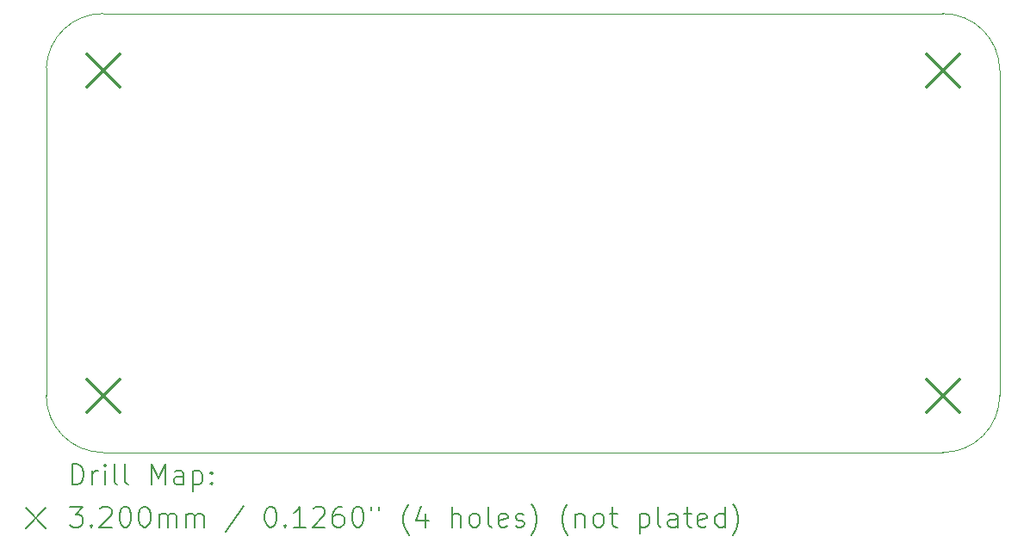
<source format=gbr>
%FSLAX45Y45*%
G04 Gerber Fmt 4.5, Leading zero omitted, Abs format (unit mm)*
G04 Created by KiCad (PCBNEW (6.0.0)) date 2022-01-04 00:37:33*
%MOMM*%
%LPD*%
G01*
G04 APERTURE LIST*
%TA.AperFunction,Profile*%
%ADD10C,0.100000*%
%TD*%
%ADD11C,0.200000*%
%ADD12C,0.320000*%
G04 APERTURE END LIST*
D10*
X19075400Y-12827000D02*
G75*
G03*
X19634200Y-12268200I0J558800D01*
G01*
X10820400Y-8508423D02*
G75*
G03*
X10261600Y-9042400I0J-559377D01*
G01*
X19634200Y-9067800D02*
G75*
G03*
X19075400Y-8509000I-558800J0D01*
G01*
X10261600Y-9042400D02*
X10261600Y-12268200D01*
X10261600Y-12268200D02*
G75*
G03*
X10820400Y-12827000I558800J0D01*
G01*
X10820400Y-12827000D02*
X19075400Y-12827000D01*
X10820400Y-8508423D02*
X19075400Y-8509000D01*
X19634200Y-9067800D02*
X19634200Y-12268200D01*
D11*
D12*
X10660400Y-8907800D02*
X10980400Y-9227800D01*
X10980400Y-8907800D02*
X10660400Y-9227800D01*
X10660400Y-12108200D02*
X10980400Y-12428200D01*
X10980400Y-12108200D02*
X10660400Y-12428200D01*
X18915400Y-8907800D02*
X19235400Y-9227800D01*
X19235400Y-8907800D02*
X18915400Y-9227800D01*
X18915400Y-12108200D02*
X19235400Y-12428200D01*
X19235400Y-12108200D02*
X18915400Y-12428200D01*
D11*
X10514219Y-13142476D02*
X10514219Y-12942476D01*
X10561838Y-12942476D01*
X10590410Y-12952000D01*
X10609457Y-12971048D01*
X10618981Y-12990095D01*
X10628505Y-13028190D01*
X10628505Y-13056762D01*
X10618981Y-13094857D01*
X10609457Y-13113905D01*
X10590410Y-13132952D01*
X10561838Y-13142476D01*
X10514219Y-13142476D01*
X10714219Y-13142476D02*
X10714219Y-13009143D01*
X10714219Y-13047238D02*
X10723743Y-13028190D01*
X10733267Y-13018667D01*
X10752314Y-13009143D01*
X10771362Y-13009143D01*
X10838029Y-13142476D02*
X10838029Y-13009143D01*
X10838029Y-12942476D02*
X10828505Y-12952000D01*
X10838029Y-12961524D01*
X10847552Y-12952000D01*
X10838029Y-12942476D01*
X10838029Y-12961524D01*
X10961838Y-13142476D02*
X10942790Y-13132952D01*
X10933267Y-13113905D01*
X10933267Y-12942476D01*
X11066600Y-13142476D02*
X11047552Y-13132952D01*
X11038029Y-13113905D01*
X11038029Y-12942476D01*
X11295171Y-13142476D02*
X11295171Y-12942476D01*
X11361838Y-13085333D01*
X11428505Y-12942476D01*
X11428505Y-13142476D01*
X11609457Y-13142476D02*
X11609457Y-13037714D01*
X11599933Y-13018667D01*
X11580886Y-13009143D01*
X11542790Y-13009143D01*
X11523743Y-13018667D01*
X11609457Y-13132952D02*
X11590409Y-13142476D01*
X11542790Y-13142476D01*
X11523743Y-13132952D01*
X11514219Y-13113905D01*
X11514219Y-13094857D01*
X11523743Y-13075809D01*
X11542790Y-13066286D01*
X11590409Y-13066286D01*
X11609457Y-13056762D01*
X11704695Y-13009143D02*
X11704695Y-13209143D01*
X11704695Y-13018667D02*
X11723743Y-13009143D01*
X11761838Y-13009143D01*
X11780886Y-13018667D01*
X11790409Y-13028190D01*
X11799933Y-13047238D01*
X11799933Y-13104381D01*
X11790409Y-13123428D01*
X11780886Y-13132952D01*
X11761838Y-13142476D01*
X11723743Y-13142476D01*
X11704695Y-13132952D01*
X11885648Y-13123428D02*
X11895171Y-13132952D01*
X11885648Y-13142476D01*
X11876124Y-13132952D01*
X11885648Y-13123428D01*
X11885648Y-13142476D01*
X11885648Y-13018667D02*
X11895171Y-13028190D01*
X11885648Y-13037714D01*
X11876124Y-13028190D01*
X11885648Y-13018667D01*
X11885648Y-13037714D01*
X10056600Y-13372000D02*
X10256600Y-13572000D01*
X10256600Y-13372000D02*
X10056600Y-13572000D01*
X10495171Y-13362476D02*
X10618981Y-13362476D01*
X10552314Y-13438667D01*
X10580886Y-13438667D01*
X10599933Y-13448190D01*
X10609457Y-13457714D01*
X10618981Y-13476762D01*
X10618981Y-13524381D01*
X10609457Y-13543428D01*
X10599933Y-13552952D01*
X10580886Y-13562476D01*
X10523743Y-13562476D01*
X10504695Y-13552952D01*
X10495171Y-13543428D01*
X10704695Y-13543428D02*
X10714219Y-13552952D01*
X10704695Y-13562476D01*
X10695171Y-13552952D01*
X10704695Y-13543428D01*
X10704695Y-13562476D01*
X10790410Y-13381524D02*
X10799933Y-13372000D01*
X10818981Y-13362476D01*
X10866600Y-13362476D01*
X10885648Y-13372000D01*
X10895171Y-13381524D01*
X10904695Y-13400571D01*
X10904695Y-13419619D01*
X10895171Y-13448190D01*
X10780886Y-13562476D01*
X10904695Y-13562476D01*
X11028505Y-13362476D02*
X11047552Y-13362476D01*
X11066600Y-13372000D01*
X11076124Y-13381524D01*
X11085648Y-13400571D01*
X11095171Y-13438667D01*
X11095171Y-13486286D01*
X11085648Y-13524381D01*
X11076124Y-13543428D01*
X11066600Y-13552952D01*
X11047552Y-13562476D01*
X11028505Y-13562476D01*
X11009457Y-13552952D01*
X10999933Y-13543428D01*
X10990410Y-13524381D01*
X10980886Y-13486286D01*
X10980886Y-13438667D01*
X10990410Y-13400571D01*
X10999933Y-13381524D01*
X11009457Y-13372000D01*
X11028505Y-13362476D01*
X11218981Y-13362476D02*
X11238028Y-13362476D01*
X11257076Y-13372000D01*
X11266600Y-13381524D01*
X11276124Y-13400571D01*
X11285648Y-13438667D01*
X11285648Y-13486286D01*
X11276124Y-13524381D01*
X11266600Y-13543428D01*
X11257076Y-13552952D01*
X11238028Y-13562476D01*
X11218981Y-13562476D01*
X11199933Y-13552952D01*
X11190409Y-13543428D01*
X11180886Y-13524381D01*
X11171362Y-13486286D01*
X11171362Y-13438667D01*
X11180886Y-13400571D01*
X11190409Y-13381524D01*
X11199933Y-13372000D01*
X11218981Y-13362476D01*
X11371362Y-13562476D02*
X11371362Y-13429143D01*
X11371362Y-13448190D02*
X11380886Y-13438667D01*
X11399933Y-13429143D01*
X11428505Y-13429143D01*
X11447552Y-13438667D01*
X11457076Y-13457714D01*
X11457076Y-13562476D01*
X11457076Y-13457714D02*
X11466600Y-13438667D01*
X11485648Y-13429143D01*
X11514219Y-13429143D01*
X11533267Y-13438667D01*
X11542790Y-13457714D01*
X11542790Y-13562476D01*
X11638028Y-13562476D02*
X11638028Y-13429143D01*
X11638028Y-13448190D02*
X11647552Y-13438667D01*
X11666600Y-13429143D01*
X11695171Y-13429143D01*
X11714219Y-13438667D01*
X11723743Y-13457714D01*
X11723743Y-13562476D01*
X11723743Y-13457714D02*
X11733267Y-13438667D01*
X11752314Y-13429143D01*
X11780886Y-13429143D01*
X11799933Y-13438667D01*
X11809457Y-13457714D01*
X11809457Y-13562476D01*
X12199933Y-13352952D02*
X12028505Y-13610095D01*
X12457076Y-13362476D02*
X12476124Y-13362476D01*
X12495171Y-13372000D01*
X12504695Y-13381524D01*
X12514219Y-13400571D01*
X12523743Y-13438667D01*
X12523743Y-13486286D01*
X12514219Y-13524381D01*
X12504695Y-13543428D01*
X12495171Y-13552952D01*
X12476124Y-13562476D01*
X12457076Y-13562476D01*
X12438028Y-13552952D01*
X12428505Y-13543428D01*
X12418981Y-13524381D01*
X12409457Y-13486286D01*
X12409457Y-13438667D01*
X12418981Y-13400571D01*
X12428505Y-13381524D01*
X12438028Y-13372000D01*
X12457076Y-13362476D01*
X12609457Y-13543428D02*
X12618981Y-13552952D01*
X12609457Y-13562476D01*
X12599933Y-13552952D01*
X12609457Y-13543428D01*
X12609457Y-13562476D01*
X12809457Y-13562476D02*
X12695171Y-13562476D01*
X12752314Y-13562476D02*
X12752314Y-13362476D01*
X12733267Y-13391048D01*
X12714219Y-13410095D01*
X12695171Y-13419619D01*
X12885648Y-13381524D02*
X12895171Y-13372000D01*
X12914219Y-13362476D01*
X12961838Y-13362476D01*
X12980886Y-13372000D01*
X12990409Y-13381524D01*
X12999933Y-13400571D01*
X12999933Y-13419619D01*
X12990409Y-13448190D01*
X12876124Y-13562476D01*
X12999933Y-13562476D01*
X13171362Y-13362476D02*
X13133267Y-13362476D01*
X13114219Y-13372000D01*
X13104695Y-13381524D01*
X13085648Y-13410095D01*
X13076124Y-13448190D01*
X13076124Y-13524381D01*
X13085648Y-13543428D01*
X13095171Y-13552952D01*
X13114219Y-13562476D01*
X13152314Y-13562476D01*
X13171362Y-13552952D01*
X13180886Y-13543428D01*
X13190409Y-13524381D01*
X13190409Y-13476762D01*
X13180886Y-13457714D01*
X13171362Y-13448190D01*
X13152314Y-13438667D01*
X13114219Y-13438667D01*
X13095171Y-13448190D01*
X13085648Y-13457714D01*
X13076124Y-13476762D01*
X13314219Y-13362476D02*
X13333267Y-13362476D01*
X13352314Y-13372000D01*
X13361838Y-13381524D01*
X13371362Y-13400571D01*
X13380886Y-13438667D01*
X13380886Y-13486286D01*
X13371362Y-13524381D01*
X13361838Y-13543428D01*
X13352314Y-13552952D01*
X13333267Y-13562476D01*
X13314219Y-13562476D01*
X13295171Y-13552952D01*
X13285648Y-13543428D01*
X13276124Y-13524381D01*
X13266600Y-13486286D01*
X13266600Y-13438667D01*
X13276124Y-13400571D01*
X13285648Y-13381524D01*
X13295171Y-13372000D01*
X13314219Y-13362476D01*
X13457076Y-13362476D02*
X13457076Y-13400571D01*
X13533267Y-13362476D02*
X13533267Y-13400571D01*
X13828505Y-13638667D02*
X13818981Y-13629143D01*
X13799933Y-13600571D01*
X13790409Y-13581524D01*
X13780886Y-13552952D01*
X13771362Y-13505333D01*
X13771362Y-13467238D01*
X13780886Y-13419619D01*
X13790409Y-13391048D01*
X13799933Y-13372000D01*
X13818981Y-13343428D01*
X13828505Y-13333905D01*
X13990409Y-13429143D02*
X13990409Y-13562476D01*
X13942790Y-13352952D02*
X13895171Y-13495809D01*
X14018981Y-13495809D01*
X14247552Y-13562476D02*
X14247552Y-13362476D01*
X14333267Y-13562476D02*
X14333267Y-13457714D01*
X14323743Y-13438667D01*
X14304695Y-13429143D01*
X14276124Y-13429143D01*
X14257076Y-13438667D01*
X14247552Y-13448190D01*
X14457076Y-13562476D02*
X14438028Y-13552952D01*
X14428505Y-13543428D01*
X14418981Y-13524381D01*
X14418981Y-13467238D01*
X14428505Y-13448190D01*
X14438028Y-13438667D01*
X14457076Y-13429143D01*
X14485648Y-13429143D01*
X14504695Y-13438667D01*
X14514219Y-13448190D01*
X14523743Y-13467238D01*
X14523743Y-13524381D01*
X14514219Y-13543428D01*
X14504695Y-13552952D01*
X14485648Y-13562476D01*
X14457076Y-13562476D01*
X14638028Y-13562476D02*
X14618981Y-13552952D01*
X14609457Y-13533905D01*
X14609457Y-13362476D01*
X14790409Y-13552952D02*
X14771362Y-13562476D01*
X14733267Y-13562476D01*
X14714219Y-13552952D01*
X14704695Y-13533905D01*
X14704695Y-13457714D01*
X14714219Y-13438667D01*
X14733267Y-13429143D01*
X14771362Y-13429143D01*
X14790409Y-13438667D01*
X14799933Y-13457714D01*
X14799933Y-13476762D01*
X14704695Y-13495809D01*
X14876124Y-13552952D02*
X14895171Y-13562476D01*
X14933267Y-13562476D01*
X14952314Y-13552952D01*
X14961838Y-13533905D01*
X14961838Y-13524381D01*
X14952314Y-13505333D01*
X14933267Y-13495809D01*
X14904695Y-13495809D01*
X14885648Y-13486286D01*
X14876124Y-13467238D01*
X14876124Y-13457714D01*
X14885648Y-13438667D01*
X14904695Y-13429143D01*
X14933267Y-13429143D01*
X14952314Y-13438667D01*
X15028505Y-13638667D02*
X15038028Y-13629143D01*
X15057076Y-13600571D01*
X15066600Y-13581524D01*
X15076124Y-13552952D01*
X15085648Y-13505333D01*
X15085648Y-13467238D01*
X15076124Y-13419619D01*
X15066600Y-13391048D01*
X15057076Y-13372000D01*
X15038028Y-13343428D01*
X15028505Y-13333905D01*
X15390409Y-13638667D02*
X15380886Y-13629143D01*
X15361838Y-13600571D01*
X15352314Y-13581524D01*
X15342790Y-13552952D01*
X15333267Y-13505333D01*
X15333267Y-13467238D01*
X15342790Y-13419619D01*
X15352314Y-13391048D01*
X15361838Y-13372000D01*
X15380886Y-13343428D01*
X15390409Y-13333905D01*
X15466600Y-13429143D02*
X15466600Y-13562476D01*
X15466600Y-13448190D02*
X15476124Y-13438667D01*
X15495171Y-13429143D01*
X15523743Y-13429143D01*
X15542790Y-13438667D01*
X15552314Y-13457714D01*
X15552314Y-13562476D01*
X15676124Y-13562476D02*
X15657076Y-13552952D01*
X15647552Y-13543428D01*
X15638028Y-13524381D01*
X15638028Y-13467238D01*
X15647552Y-13448190D01*
X15657076Y-13438667D01*
X15676124Y-13429143D01*
X15704695Y-13429143D01*
X15723743Y-13438667D01*
X15733267Y-13448190D01*
X15742790Y-13467238D01*
X15742790Y-13524381D01*
X15733267Y-13543428D01*
X15723743Y-13552952D01*
X15704695Y-13562476D01*
X15676124Y-13562476D01*
X15799933Y-13429143D02*
X15876124Y-13429143D01*
X15828505Y-13362476D02*
X15828505Y-13533905D01*
X15838028Y-13552952D01*
X15857076Y-13562476D01*
X15876124Y-13562476D01*
X16095171Y-13429143D02*
X16095171Y-13629143D01*
X16095171Y-13438667D02*
X16114219Y-13429143D01*
X16152314Y-13429143D01*
X16171362Y-13438667D01*
X16180886Y-13448190D01*
X16190409Y-13467238D01*
X16190409Y-13524381D01*
X16180886Y-13543428D01*
X16171362Y-13552952D01*
X16152314Y-13562476D01*
X16114219Y-13562476D01*
X16095171Y-13552952D01*
X16304695Y-13562476D02*
X16285648Y-13552952D01*
X16276124Y-13533905D01*
X16276124Y-13362476D01*
X16466600Y-13562476D02*
X16466600Y-13457714D01*
X16457076Y-13438667D01*
X16438028Y-13429143D01*
X16399933Y-13429143D01*
X16380886Y-13438667D01*
X16466600Y-13552952D02*
X16447552Y-13562476D01*
X16399933Y-13562476D01*
X16380886Y-13552952D01*
X16371362Y-13533905D01*
X16371362Y-13514857D01*
X16380886Y-13495809D01*
X16399933Y-13486286D01*
X16447552Y-13486286D01*
X16466600Y-13476762D01*
X16533267Y-13429143D02*
X16609457Y-13429143D01*
X16561838Y-13362476D02*
X16561838Y-13533905D01*
X16571362Y-13552952D01*
X16590409Y-13562476D01*
X16609457Y-13562476D01*
X16752314Y-13552952D02*
X16733267Y-13562476D01*
X16695171Y-13562476D01*
X16676124Y-13552952D01*
X16666600Y-13533905D01*
X16666600Y-13457714D01*
X16676124Y-13438667D01*
X16695171Y-13429143D01*
X16733267Y-13429143D01*
X16752314Y-13438667D01*
X16761838Y-13457714D01*
X16761838Y-13476762D01*
X16666600Y-13495809D01*
X16933267Y-13562476D02*
X16933267Y-13362476D01*
X16933267Y-13552952D02*
X16914219Y-13562476D01*
X16876124Y-13562476D01*
X16857076Y-13552952D01*
X16847552Y-13543428D01*
X16838029Y-13524381D01*
X16838029Y-13467238D01*
X16847552Y-13448190D01*
X16857076Y-13438667D01*
X16876124Y-13429143D01*
X16914219Y-13429143D01*
X16933267Y-13438667D01*
X17009457Y-13638667D02*
X17018981Y-13629143D01*
X17038029Y-13600571D01*
X17047552Y-13581524D01*
X17057076Y-13552952D01*
X17066600Y-13505333D01*
X17066600Y-13467238D01*
X17057076Y-13419619D01*
X17047552Y-13391048D01*
X17038029Y-13372000D01*
X17018981Y-13343428D01*
X17009457Y-13333905D01*
M02*

</source>
